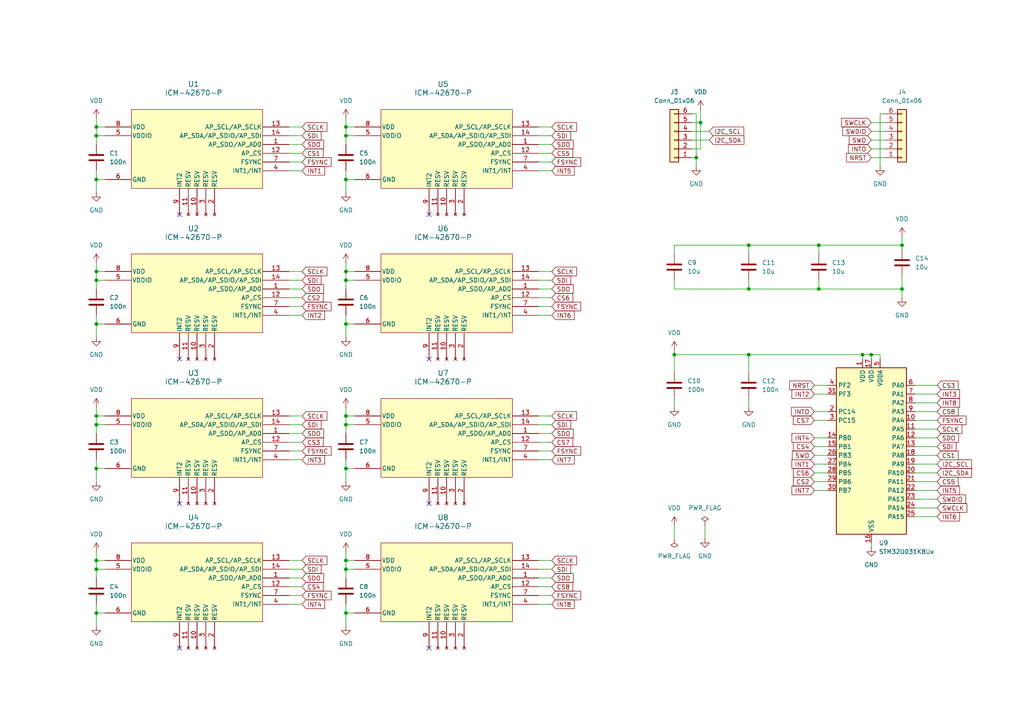
<source format=kicad_sch>
(kicad_sch (version 20250114) (generator "eeschema") (generator_version "9.0")
  (paper "A4")
  (title_block (title "IMU Array Module") (date "2025-08-22") (rev "A"))
  (lib_symbols
    (symbol "Connector_Generic:Conn_01x06" (pin_names (offset 1.016) (hide yes))
      (property "Reference" "J" (at 0 7.62 0))
      (property "Value" "Conn_01x06" (at 0 -10.16 0))
      (symbol "Conn_01x06_1_1"
        (rectangle (start -1.27 6.35) (end 1.27 -8.89) (stroke (width 0.254)) (fill (type background)))
        (rectangle (start -1.27 5.207) (end 0 4.953) (stroke (width 0.1524)))
        (rectangle (start -1.27 2.667) (end 0 2.413) (stroke (width 0.1524)))
        (rectangle (start -1.27 0.127) (end 0 -0.127) (stroke (width 0.1524)))
        (rectangle (start -1.27 -2.413) (end 0 -2.667) (stroke (width 0.1524)))
        (rectangle (start -1.27 -4.953) (end 0 -5.207) (stroke (width 0.1524)))
        (rectangle (start -1.27 -7.493) (end 0 -7.747) (stroke (width 0.1524)))
        (pin passive line (at -5.08 5.08 0) (length 3.81) (name "Pin_1") (number "1"))
        (pin passive line (at -5.08 2.54 0) (length 3.81) (name "Pin_2") (number "2"))
        (pin passive line (at -5.08 0 0) (length 3.81) (name "Pin_3") (number "3"))
        (pin passive line (at -5.08 -2.54 0) (length 3.81) (name "Pin_4") (number "4"))
        (pin passive line (at -5.08 -5.08 0) (length 3.81) (name "Pin_5") (number "5"))
        (pin passive line (at -5.08 -7.62 0) (length 3.81) (name "Pin_6") (number "6"))
      )
    )
    (symbol "Device:C" (pin_numbers (hide yes)) (pin_names (offset 0.254))
      (property "Reference" "C" (at 0.635 2.54 0))
      (property "Value" "C" (at 0.635 -2.54 0))
      (symbol "C_0_1"
        (polyline (pts (xy -2.032 0.762) (xy 2.032 0.762)) (stroke (width 0.508)))
        (polyline (pts (xy -2.032 -0.762) (xy 2.032 -0.762)) (stroke (width 0.508)))
      )
      (symbol "C_1_1"
        (pin passive line (at 0 3.81 270) (length 2.794) (name "~") (number "1"))
        (pin passive line (at 0 -3.81 90) (length 2.794) (name "~") (number "2"))
      )
    )
    (symbol "MCU_ST_STM32U0:STM32U031K8Ux"
      (property "Reference" "U" (at -10.16 26.67 0))
      (property "Value" "STM32U031K8Ux" (at 5.08 26.67 0))
      (symbol "STM32U031K8Ux_0_1"
        (rectangle (start -10.16 -22.86) (end 10.16 25.4) (stroke (width 0.254)) (fill (type background)))
      )
      (symbol "STM32U031K8Ux_1_1"
        (pin bidirectional line (at -12.7 20.32 0) (length 2.54) (name "PF2") (number "4"))
        (pin bidirectional line (at -12.7 17.78 0) (length 2.54) (name "PF3") (number "31"))
        (pin bidirectional line (at -12.7 12.7 0) (length 2.54) (name "PC14") (number "2"))
        (pin bidirectional line (at -12.7 10.16 0) (length 2.54) (name "PC15") (number "3"))
        (pin bidirectional line (at -12.7 5.08 0) (length 2.54) (name "PB0") (number "14"))
        (pin bidirectional line (at -12.7 2.54 0) (length 2.54) (name "PB1") (number "15"))
        (pin bidirectional line (at -12.7 0 0) (length 2.54) (name "PB3") (number "26"))
        (pin bidirectional line (at -12.7 -2.54 0) (length 2.54) (name "PB4") (number "27"))
        (pin bidirectional line (at -12.7 -5.08 0) (length 2.54) (name "PB5") (number "28"))
        (pin bidirectional line (at -12.7 -7.62 0) (length 2.54) (name "PB6") (number "29"))
        (pin bidirectional line (at -12.7 -10.16 0) (length 2.54) (name "PB7") (number "30"))
        (pin power_in line (at -2.54 27.94 270) (length 2.54) (name "VDD") (number "1"))
        (pin power_in line (at 0 27.94 270) (length 2.54) (name "VDD") (number "17"))
        (pin power_in line (at 0 -25.4 90) (length 2.54) (name "VSS") (number "16"))
        (pin passive line (at 0 -25.4 90) (length 2.54) (hide yes) (name "VSS") (number "32"))
        (pin passive line (at 0 -25.4 90) (length 2.54) (hide yes) (name "VSS") (number "33"))
        (pin power_in line (at 2.54 27.94 270) (length 2.54) (name "VDDA") (number "5"))
        (pin bidirectional line (at 12.7 20.32 180) (length 2.54) (name "PA0") (number "6"))
        (pin bidirectional line (at 12.7 17.78 180) (length 2.54) (name "PA1") (number "7"))
        (pin bidirectional line (at 12.7 15.24 180) (length 2.54) (name "PA2") (number "8"))
        (pin bidirectional line (at 12.7 12.7 180) (length 2.54) (name "PA3") (number "9"))
        (pin bidirectional line (at 12.7 10.16 180) (length 2.54) (name "PA4") (number "10"))
        (pin bidirectional line (at 12.7 7.62 180) (length 2.54) (name "PA5") (number "11"))
        (pin bidirectional line (at 12.7 5.08 180) (length 2.54) (name "PA6") (number "12"))
        (pin bidirectional line (at 12.7 2.54 180) (length 2.54) (name "PA7") (number "13"))
        (pin bidirectional line (at 12.7 0 180) (length 2.54) (name "PA8") (number "18"))
        (pin bidirectional line (at 12.7 -2.54 180) (length 2.54) (name "PA9") (number "19"))
        (pin bidirectional line (at 12.7 -5.08 180) (length 2.54) (name "PA10") (number "20"))
        (pin bidirectional line (at 12.7 -7.62 180) (length 2.54) (name "PA11") (number "21"))
        (pin bidirectional line (at 12.7 -10.16 180) (length 2.54) (name "PA12") (number "22"))
        (pin bidirectional line (at 12.7 -12.7 180) (length 2.54) (name "PA13") (number "23"))
        (pin bidirectional line (at 12.7 -15.24 180) (length 2.54) (name "PA14") (number "24"))
        (pin bidirectional line (at 12.7 -17.78 180) (length 2.54) (name "PA15") (number "25"))
      )
    )
    (symbol "imu-array-lib:ICM-42670-P" (pin_names (offset 0.254))
      (property "Reference" "U1" (at 25.654 9.906 0))
      (property "Value" "ICM-42670-P" (at 25.654 7.366 0))
      (symbol "ICM-42670-P_0_1"
        (pin power_in line (at 0 -2.54 0) (length 7.62) (name "VDD") (number "8"))
        (pin power_in line (at 0 -5.08 0) (length 7.62) (name "VDDIO") (number "5"))
        (pin power_in line (at 0 -17.78 0) (length 7.62) (name "GND") (number "6"))
        (pin output line (at 21.59 -27.94 90) (length 7.62) (name "INT2") (number "9"))
        (pin no_connect line (at 24.13 -27.94 90) (length 7.62) (name "RESV") (number "11"))
        (pin no_connect line (at 26.67 -27.94 90) (length 7.62) (name "RESV") (number "10"))
        (pin no_connect line (at 29.21 -27.94 90) (length 7.62) (name "RESV") (number "3"))
        (pin no_connect line (at 31.75 -27.94 90) (length 7.62) (name "RESV") (number "2"))
        (pin bidirectional line (at 53.34 -2.54 180) (length 7.62) (name "AP_SCL/AP_SCLK") (number "13"))
        (pin bidirectional line (at 53.34 -5.08 180) (length 7.62) (name "AP_SDA/AP_SDIO/AP_SDI") (number "14"))
        (pin bidirectional line (at 53.34 -7.62 180) (length 7.62) (name "AP_SDO/AP_AD0") (number "1"))
        (pin input line (at 53.34 -10.16 180) (length 7.62) (name "AP_CS") (number "12"))
        (pin input line (at 53.34 -12.7 180) (length 7.62) (name "FSYNC") (number "7"))
        (pin output line (at 53.34 -15.24 180) (length 7.62) (name "INT1/INT") (number "4"))
      )
      (symbol "ICM-42670-P_1_1"
        (rectangle (start 7.62 2.54) (end 45.72 -20.32) (fill (type background)))
      )
    )
    (symbol "power:GND" (power) (pin_numbers (hide yes)) (pin_names (offset 0) (hide yes))
      (property "Value" "GND" (at 0 -3.81 0))
      (symbol "GND_0_1"
        (polyline (pts (xy 0 0) (xy 0 -1.27) (xy 1.27 -1.27) (xy 0 -2.54) (xy -1.27 -1.27) (xy 0 -1.27)))
      )
      (symbol "GND_1_1"
        (pin power_in line (at 0 0 270) (length 0) (name "~") (number "1"))
      )
    )
    (symbol "power:PWR_FLAG" (power) (pin_numbers (hide yes)) (pin_names (offset 0) (hide yes))
      (property "Value" "PWR_FLAG" (at 0 3.81 0))
      (symbol "PWR_FLAG_0_0"
        (pin power_out line (at 0 0 90) (length 0) (name "~") (number "1"))
      )
      (symbol "PWR_FLAG_0_1"
        (polyline (pts (xy 0 0) (xy 0 1.27) (xy -1.016 1.905) (xy 0 2.54) (xy 1.016 1.905) (xy 0 1.27)))
      )
    )
    (symbol "power:VDD" (power) (pin_numbers (hide yes)) (pin_names (offset 0) (hide yes))
      (property "Value" "VDD" (at 0 3.556 0))
      (symbol "VDD_0_1"
        (polyline (pts (xy -0.762 1.27) (xy 0 2.54)))
        (polyline (pts (xy 0 2.54) (xy 0.762 1.27)))
        (polyline (pts (xy 0 0) (xy 0 2.54)))
      )
      (symbol "VDD_1_1"
        (pin power_in line (at 0 0 90) (length 0) (name "~") (number "1"))
      )
    )
  )
  (junction (at 217.17 71.12))
  (junction (at 217.17 83.82))
  (junction (at 201.93 45.72))
  (junction (at 250.19 102.87))
  (junction (at 237.49 71.12))
  (junction (at 27.94 78.74))
  (junction (at 27.94 162.56))
  (junction (at 27.94 165.1))
  (junction (at 203.2 35.56))
  (junction (at 27.94 52.07))
  (junction (at 100.33 52.07))
  (junction (at 27.94 39.37))
  (junction (at 27.94 81.28))
  (junction (at 100.33 78.74))
  (junction (at 100.33 120.65))
  (junction (at 100.33 81.28))
  (junction (at 100.33 135.89))
  (junction (at 237.49 83.82))
  (junction (at 27.94 135.89))
  (junction (at 217.17 102.87))
  (junction (at 261.62 83.82))
  (junction (at 100.33 162.56))
  (junction (at 27.94 36.83))
  (junction (at 252.73 102.87))
  (junction (at 100.33 123.19))
  (junction (at 100.33 165.1))
  (junction (at 100.33 93.98))
  (junction (at 195.58 102.87))
  (junction (at 100.33 177.8))
  (junction (at 27.94 120.65))
  (junction (at 100.33 36.83))
  (junction (at 27.94 123.19))
  (junction (at 261.62 71.12))
  (junction (at 27.94 93.98))
  (junction (at 27.94 177.8))
  (junction (at 100.33 39.37))
  (no_connect (at 52.07 62.23))
  (no_connect (at 124.46 187.96))
  (no_connect (at 52.07 146.05))
  (no_connect (at 124.46 62.23))
  (no_connect (at 52.07 187.96))
  (no_connect (at 52.07 104.14))
  (no_connect (at 124.46 104.14))
  (no_connect (at 124.46 146.05))
  (wire (pts (xy 200.66 38.1) (xy 205.74 38.1)))
  (wire (pts (xy 265.43 149.86) (xy 271.78 149.86)))
  (wire (pts (xy 252.73 45.72) (xy 256.54 45.72)))
  (wire (pts (xy 30.48 81.28) (xy 27.94 81.28)))
  (wire (pts (xy 252.73 40.64) (xy 256.54 40.64)))
  (wire (pts (xy 27.94 135.89) (xy 27.94 139.7)))
  (wire (pts (xy 236.22 132.08) (xy 240.03 132.08)))
  (wire (pts (xy 83.82 120.65) (xy 87.63 120.65)))
  (wire (pts (xy 255.27 33.02) (xy 256.54 33.02)))
  (wire (pts (xy 100.33 39.37) (xy 100.33 41.91)))
  (wire (pts (xy 236.22 129.54) (xy 240.03 129.54)))
  (wire (pts (xy 237.49 71.12) (xy 217.17 71.12)))
  (wire (pts (xy 83.82 46.99) (xy 87.63 46.99)))
  (wire (pts (xy 217.17 115.57) (xy 217.17 118.11)))
  (wire (pts (xy 200.66 45.72) (xy 201.93 45.72)))
  (wire (pts (xy 27.94 52.07) (xy 30.48 52.07)))
  (wire (pts (xy 265.43 119.38) (xy 271.78 119.38)))
  (wire (pts (xy 27.94 93.98) (xy 30.48 93.98)))
  (wire (pts (xy 156.21 167.64) (xy 160.02 167.64)))
  (wire (pts (xy 30.48 165.1) (xy 27.94 165.1)))
  (wire (pts (xy 156.21 88.9) (xy 160.02 88.9)))
  (wire (pts (xy 201.93 33.02) (xy 201.93 45.72)))
  (wire (pts (xy 27.94 118.11) (xy 27.94 120.65)))
  (wire (pts (xy 236.22 127) (xy 240.03 127)))
  (wire (pts (xy 217.17 81.28) (xy 217.17 83.82)))
  (wire (pts (xy 217.17 102.87) (xy 217.17 107.95)))
  (wire (pts (xy 83.82 91.44) (xy 87.63 91.44)))
  (wire (pts (xy 100.33 123.19) (xy 100.33 120.65)))
  (wire (pts (xy 30.48 39.37) (xy 27.94 39.37)))
  (wire (pts (xy 195.58 115.57) (xy 195.58 118.11)))
  (wire (pts (xy 156.21 49.53) (xy 160.02 49.53)))
  (wire (pts (xy 156.21 120.65) (xy 160.02 120.65)))
  (wire (pts (xy 236.22 114.3) (xy 240.03 114.3)))
  (wire (pts (xy 27.94 93.98) (xy 27.94 97.79)))
  (wire (pts (xy 265.43 111.76) (xy 271.78 111.76)))
  (wire (pts (xy 156.21 128.27) (xy 160.02 128.27)))
  (wire (pts (xy 156.21 46.99) (xy 160.02 46.99)))
  (wire (pts (xy 201.93 48.26) (xy 201.93 45.72)))
  (wire (pts (xy 236.22 139.7) (xy 240.03 139.7)))
  (wire (pts (xy 252.73 102.87) (xy 252.73 104.14)))
  (wire (pts (xy 265.43 124.46) (xy 271.78 124.46)))
  (wire (pts (xy 83.82 44.45) (xy 87.63 44.45)))
  (wire (pts (xy 203.2 31.75) (xy 203.2 35.56)))
  (wire (pts (xy 237.49 73.66) (xy 237.49 71.12)))
  (wire (pts (xy 195.58 71.12) (xy 195.58 73.66)))
  (wire (pts (xy 100.33 118.11) (xy 100.33 120.65)))
  (wire (pts (xy 27.94 81.28) (xy 27.94 78.74)))
  (wire (pts (xy 100.33 165.1) (xy 100.33 162.56)))
  (wire (pts (xy 195.58 101.6) (xy 195.58 102.87)))
  (wire (pts (xy 27.94 133.35) (xy 27.94 135.89)))
  (wire (pts (xy 27.94 123.19) (xy 27.94 120.65)))
  (wire (pts (xy 100.33 93.98) (xy 100.33 97.79)))
  (wire (pts (xy 83.82 128.27) (xy 87.63 128.27)))
  (wire (pts (xy 83.82 88.9) (xy 87.63 88.9)))
  (wire (pts (xy 237.49 81.28) (xy 237.49 83.82)))
  (wire (pts (xy 217.17 83.82) (xy 195.58 83.82)))
  (wire (pts (xy 83.82 172.72) (xy 87.63 172.72)))
  (wire (pts (xy 156.21 175.26) (xy 160.02 175.26)))
  (wire (pts (xy 100.33 135.89) (xy 102.87 135.89)))
  (wire (pts (xy 261.62 83.82) (xy 237.49 83.82)))
  (wire (pts (xy 102.87 81.28) (xy 100.33 81.28)))
  (wire (pts (xy 27.94 135.89) (xy 30.48 135.89)))
  (wire (pts (xy 156.21 81.28) (xy 160.02 81.28)))
  (wire (pts (xy 100.33 177.8) (xy 100.33 181.61)))
  (wire (pts (xy 265.43 132.08) (xy 271.78 132.08)))
  (wire (pts (xy 252.73 38.1) (xy 256.54 38.1)))
  (wire (pts (xy 252.73 35.56) (xy 256.54 35.56)))
  (wire (pts (xy 100.33 133.35) (xy 100.33 135.89)))
  (wire (pts (xy 83.82 125.73) (xy 87.63 125.73)))
  (wire (pts (xy 100.33 36.83) (xy 102.87 36.83)))
  (wire (pts (xy 83.82 123.19) (xy 87.63 123.19)))
  (wire (pts (xy 265.43 144.78) (xy 271.78 144.78)))
  (wire (pts (xy 27.94 34.29) (xy 27.94 36.83)))
  (wire (pts (xy 100.33 162.56) (xy 102.87 162.56)))
  (wire (pts (xy 156.21 123.19) (xy 160.02 123.19)))
  (wire (pts (xy 265.43 142.24) (xy 271.78 142.24)))
  (wire (pts (xy 27.94 39.37) (xy 27.94 36.83)))
  (wire (pts (xy 203.2 35.56) (xy 203.2 43.18)))
  (wire (pts (xy 100.33 135.89) (xy 100.33 139.7)))
  (wire (pts (xy 204.47 152.4) (xy 204.47 156.21)))
  (wire (pts (xy 83.82 81.28) (xy 87.63 81.28)))
  (wire (pts (xy 156.21 133.35) (xy 160.02 133.35)))
  (wire (pts (xy 156.21 41.91) (xy 160.02 41.91)))
  (wire (pts (xy 100.33 177.8) (xy 102.87 177.8)))
  (wire (pts (xy 156.21 91.44) (xy 160.02 91.44)))
  (wire (pts (xy 195.58 152.4) (xy 195.58 156.21)))
  (wire (pts (xy 201.93 33.02) (xy 200.66 33.02)))
  (wire (pts (xy 83.82 39.37) (xy 87.63 39.37)))
  (wire (pts (xy 100.33 52.07) (xy 100.33 55.88)))
  (wire (pts (xy 100.33 81.28) (xy 100.33 83.82)))
  (wire (pts (xy 100.33 93.98) (xy 102.87 93.98)))
  (wire (pts (xy 83.82 175.26) (xy 87.63 175.26)))
  (wire (pts (xy 156.21 83.82) (xy 160.02 83.82)))
  (wire (pts (xy 83.82 36.83) (xy 87.63 36.83)))
  (wire (pts (xy 156.21 39.37) (xy 160.02 39.37)))
  (wire (pts (xy 265.43 137.16) (xy 271.78 137.16)))
  (wire (pts (xy 100.33 165.1) (xy 100.33 167.64)))
  (wire (pts (xy 83.82 78.74) (xy 87.63 78.74)))
  (wire (pts (xy 236.22 134.62) (xy 240.03 134.62)))
  (wire (pts (xy 200.66 40.64) (xy 205.74 40.64)))
  (wire (pts (xy 83.82 162.56) (xy 87.63 162.56)))
  (wire (pts (xy 100.33 123.19) (xy 100.33 125.73)))
  (wire (pts (xy 102.87 39.37) (xy 100.33 39.37)))
  (wire (pts (xy 252.73 102.87) (xy 255.27 102.87)))
  (wire (pts (xy 217.17 73.66) (xy 217.17 71.12)))
  (wire (pts (xy 265.43 116.84) (xy 271.78 116.84)))
  (wire (pts (xy 102.87 123.19) (xy 100.33 123.19)))
  (wire (pts (xy 217.17 102.87) (xy 250.19 102.87)))
  (wire (pts (xy 83.82 170.18) (xy 87.63 170.18)))
  (wire (pts (xy 203.2 43.18) (xy 200.66 43.18)))
  (wire (pts (xy 156.21 125.73) (xy 160.02 125.73)))
  (wire (pts (xy 27.94 177.8) (xy 27.94 181.61)))
  (wire (pts (xy 27.94 39.37) (xy 27.94 41.91)))
  (wire (pts (xy 265.43 121.92) (xy 271.78 121.92)))
  (wire (pts (xy 27.94 165.1) (xy 27.94 162.56)))
  (wire (pts (xy 255.27 48.26) (xy 255.27 33.02)))
  (wire (pts (xy 156.21 170.18) (xy 160.02 170.18)))
  (wire (pts (xy 27.94 52.07) (xy 27.94 55.88)))
  (wire (pts (xy 217.17 71.12) (xy 195.58 71.12)))
  (wire (pts (xy 27.94 175.26) (xy 27.94 177.8)))
  (wire (pts (xy 30.48 123.19) (xy 27.94 123.19)))
  (wire (pts (xy 83.82 41.91) (xy 87.63 41.91)))
  (wire (pts (xy 27.94 76.2) (xy 27.94 78.74)))
  (wire (pts (xy 83.82 86.36) (xy 87.63 86.36)))
  (wire (pts (xy 261.62 68.58) (xy 261.62 71.12)))
  (wire (pts (xy 200.66 35.56) (xy 203.2 35.56)))
  (wire (pts (xy 250.19 102.87) (xy 252.73 102.87)))
  (wire (pts (xy 27.94 81.28) (xy 27.94 83.82)))
  (wire (pts (xy 265.43 129.54) (xy 271.78 129.54)))
  (wire (pts (xy 236.22 111.76) (xy 240.03 111.76)))
  (wire (pts (xy 265.43 147.32) (xy 271.78 147.32)))
  (wire (pts (xy 27.94 36.83) (xy 30.48 36.83)))
  (wire (pts (xy 265.43 114.3) (xy 271.78 114.3)))
  (wire (pts (xy 261.62 72.39) (xy 261.62 71.12)))
  (wire (pts (xy 255.27 104.14) (xy 255.27 102.87)))
  (wire (pts (xy 250.19 104.14) (xy 250.19 102.87)))
  (wire (pts (xy 100.33 39.37) (xy 100.33 36.83)))
  (wire (pts (xy 195.58 102.87) (xy 217.17 102.87)))
  (wire (pts (xy 156.21 78.74) (xy 160.02 78.74)))
  (wire (pts (xy 100.33 78.74) (xy 102.87 78.74)))
  (wire (pts (xy 27.94 123.19) (xy 27.94 125.73)))
  (wire (pts (xy 27.94 78.74) (xy 30.48 78.74)))
  (wire (pts (xy 27.94 177.8) (xy 30.48 177.8)))
  (wire (pts (xy 83.82 133.35) (xy 87.63 133.35)))
  (wire (pts (xy 27.94 91.44) (xy 27.94 93.98)))
  (wire (pts (xy 252.73 157.48) (xy 252.73 158.75)))
  (wire (pts (xy 237.49 83.82) (xy 217.17 83.82)))
  (wire (pts (xy 100.33 160.02) (xy 100.33 162.56)))
  (wire (pts (xy 156.21 130.81) (xy 160.02 130.81)))
  (wire (pts (xy 100.33 52.07) (xy 102.87 52.07)))
  (wire (pts (xy 261.62 80.01) (xy 261.62 83.82)))
  (wire (pts (xy 156.21 86.36) (xy 160.02 86.36)))
  (wire (pts (xy 252.73 43.18) (xy 256.54 43.18)))
  (wire (pts (xy 27.94 165.1) (xy 27.94 167.64)))
  (wire (pts (xy 83.82 167.64) (xy 87.63 167.64)))
  (wire (pts (xy 100.33 76.2) (xy 100.33 78.74)))
  (wire (pts (xy 27.94 162.56) (xy 30.48 162.56)))
  (wire (pts (xy 100.33 175.26) (xy 100.33 177.8)))
  (wire (pts (xy 27.94 49.53) (xy 27.94 52.07)))
  (wire (pts (xy 83.82 165.1) (xy 87.63 165.1)))
  (wire (pts (xy 236.22 137.16) (xy 240.03 137.16)))
  (wire (pts (xy 100.33 91.44) (xy 100.33 93.98)))
  (wire (pts (xy 261.62 71.12) (xy 237.49 71.12)))
  (wire (pts (xy 156.21 44.45) (xy 160.02 44.45)))
  (wire (pts (xy 83.82 49.53) (xy 87.63 49.53)))
  (wire (pts (xy 27.94 160.02) (xy 27.94 162.56)))
  (wire (pts (xy 102.87 165.1) (xy 100.33 165.1)))
  (wire (pts (xy 236.22 121.92) (xy 240.03 121.92)))
  (wire (pts (xy 195.58 102.87) (xy 195.58 107.95)))
  (wire (pts (xy 195.58 81.28) (xy 195.58 83.82)))
  (wire (pts (xy 100.33 49.53) (xy 100.33 52.07)))
  (wire (pts (xy 27.94 120.65) (xy 30.48 120.65)))
  (wire (pts (xy 265.43 134.62) (xy 271.78 134.62)))
  (wire (pts (xy 265.43 139.7) (xy 271.78 139.7)))
  (wire (pts (xy 261.62 83.82) (xy 261.62 86.36)))
  (wire (pts (xy 100.33 81.28) (xy 100.33 78.74)))
  (wire (pts (xy 156.21 36.83) (xy 160.02 36.83)))
  (wire (pts (xy 100.33 34.29) (xy 100.33 36.83)))
  (wire (pts (xy 236.22 142.24) (xy 240.03 142.24)))
  (wire (pts (xy 83.82 83.82) (xy 87.63 83.82)))
  (wire (pts (xy 156.21 172.72) (xy 160.02 172.72)))
  (wire (pts (xy 100.33 120.65) (xy 102.87 120.65)))
  (wire (pts (xy 156.21 162.56) (xy 160.02 162.56)))
  (wire (pts (xy 83.82 130.81) (xy 87.63 130.81)))
  (wire (pts (xy 156.21 165.1) (xy 160.02 165.1)))
  (wire (pts (xy 236.22 119.38) (xy 240.03 119.38)))
  (wire (pts (xy 265.43 127) (xy 271.78 127)))
  (global_label "SCLK" (shape input) (at 87.63 78.74 0) (property "Intersheetrefs" "${INTERSHEET_REFS}" (effects (hide yes))))
  (global_label "INT8" (shape input) (at 160.02 175.26 0) (property "Intersheetrefs" "${INTERSHEET_REFS}" (effects (hide yes))))
  (global_label "SDI" (shape input) (at 87.63 165.1 0) (property "Intersheetrefs" "${INTERSHEET_REFS}" (effects (hide yes))))
  (global_label "FSYNC" (shape input) (at 87.63 130.81 0) (property "Intersheetrefs" "${INTERSHEET_REFS}" (effects (hide yes))))
  (global_label "INT6" (shape input) (at 160.02 91.44 0) (property "Intersheetrefs" "${INTERSHEET_REFS}" (effects (hide yes))))
  (global_label "SCLK" (shape input) (at 271.78 124.46 0) (property "Intersheetrefs" "${INTERSHEET_REFS}" (effects (hide yes))))
  (global_label "SCLK" (shape input) (at 160.02 78.74 0) (property "Intersheetrefs" "${INTERSHEET_REFS}" (effects (hide yes))))
  (global_label "SDO" (shape input) (at 160.02 83.82 0) (property "Intersheetrefs" "${INTERSHEET_REFS}" (effects (hide yes))))
  (global_label "SDO" (shape input) (at 160.02 125.73 0) (property "Intersheetrefs" "${INTERSHEET_REFS}" (effects (hide yes))))
  (global_label "SDI" (shape input) (at 87.63 123.19 0) (property "Intersheetrefs" "${INTERSHEET_REFS}" (effects (hide yes))))
  (global_label "NRST" (shape input) (at 236.22 111.76 180) (property "Intersheetrefs" "${INTERSHEET_REFS}" (effects (hide yes))))
  (global_label "CS4" (shape input) (at 236.22 129.54 180) (property "Intersheetrefs" "${INTERSHEET_REFS}" (effects (hide yes))))
  (global_label "INT7" (shape input) (at 160.02 133.35 0) (property "Intersheetrefs" "${INTERSHEET_REFS}" (effects (hide yes))))
  (global_label "SDO" (shape input) (at 87.63 83.82 0) (property "Intersheetrefs" "${INTERSHEET_REFS}" (effects (hide yes))))
  (global_label "INT1" (shape input) (at 236.22 134.62 180) (property "Intersheetrefs" "${INTERSHEET_REFS}" (effects (hide yes))))
  (global_label "SDI" (shape input) (at 160.02 81.28 0) (property "Intersheetrefs" "${INTERSHEET_REFS}" (effects (hide yes))))
  (global_label "SDI" (shape input) (at 87.63 39.37 0) (property "Intersheetrefs" "${INTERSHEET_REFS}" (effects (hide yes))))
  (global_label "SWCLK" (shape input) (at 271.78 147.32 0) (property "Intersheetrefs" "${INTERSHEET_REFS}" (effects (hide yes))))
  (global_label "INT4" (shape input) (at 87.63 175.26 0) (property "Intersheetrefs" "${INTERSHEET_REFS}" (effects (hide yes))))
  (global_label "SDO" (shape input) (at 271.78 127 0) (property "Intersheetrefs" "${INTERSHEET_REFS}" (effects (hide yes))))
  (global_label "CS7" (shape input) (at 160.02 128.27 0) (property "Intersheetrefs" "${INTERSHEET_REFS}" (effects (hide yes))))
  (global_label "SDI" (shape input) (at 160.02 39.37 0) (property "Intersheetrefs" "${INTERSHEET_REFS}" (effects (hide yes))))
  (global_label "FSYNC" (shape input) (at 160.02 172.72 0) (property "Intersheetrefs" "${INTERSHEET_REFS}" (effects (hide yes))))
  (global_label "INT3" (shape input) (at 87.63 133.35 0) (property "Intersheetrefs" "${INTERSHEET_REFS}" (effects (hide yes))))
  (global_label "SDO" (shape input) (at 87.63 41.91 0) (property "Intersheetrefs" "${INTERSHEET_REFS}" (effects (hide yes))))
  (global_label "SWO" (shape input) (at 236.22 132.08 180) (property "Intersheetrefs" "${INTERSHEET_REFS}" (effects (hide yes))))
  (global_label "FSYNC" (shape input) (at 87.63 88.9 0) (property "Intersheetrefs" "${INTERSHEET_REFS}" (effects (hide yes))))
  (global_label "CS8" (shape input) (at 160.02 170.18 0) (property "Intersheetrefs" "${INTERSHEET_REFS}" (effects (hide yes))))
  (global_label "FSYNC" (shape input) (at 271.78 121.92 0) (property "Intersheetrefs" "${INTERSHEET_REFS}" (effects (hide yes))))
  (global_label "CS3" (shape input) (at 87.63 128.27 0) (property "Intersheetrefs" "${INTERSHEET_REFS}" (effects (hide yes))))
  (global_label "FSYNC" (shape input) (at 160.02 88.9 0) (property "Intersheetrefs" "${INTERSHEET_REFS}" (effects (hide yes))))
  (global_label "SCLK" (shape input) (at 87.63 36.83 0) (property "Intersheetrefs" "${INTERSHEET_REFS}" (effects (hide yes))))
  (global_label "SDO" (shape input) (at 87.63 125.73 0) (property "Intersheetrefs" "${INTERSHEET_REFS}" (effects (hide yes))))
  (global_label "INT2" (shape input) (at 87.63 91.44 0) (property "Intersheetrefs" "${INTERSHEET_REFS}" (effects (hide yes))))
  (global_label "NRST" (shape input) (at 252.73 45.72 180) (property "Intersheetrefs" "${INTERSHEET_REFS}" (effects (hide yes))))
  (global_label "FSYNC" (shape input) (at 160.02 130.81 0) (property "Intersheetrefs" "${INTERSHEET_REFS}" (effects (hide yes))))
  (global_label "CS3" (shape input) (at 271.78 111.76 0) (property "Intersheetrefs" "${INTERSHEET_REFS}" (effects (hide yes))))
  (global_label "INT4" (shape input) (at 236.22 127 180) (property "Intersheetrefs" "${INTERSHEET_REFS}" (effects (hide yes))))
  (global_label "INT5" (shape input) (at 160.02 49.53 0) (property "Intersheetrefs" "${INTERSHEET_REFS}" (effects (hide yes))))
  (global_label "CS5" (shape input) (at 271.78 139.7 0) (property "Intersheetrefs" "${INTERSHEET_REFS}" (effects (hide yes))))
  (global_label "SWDIO" (shape input) (at 252.73 38.1 180) (property "Intersheetrefs" "${INTERSHEET_REFS}" (effects (hide yes))))
  (global_label "FSYNC" (shape input) (at 160.02 46.99 0) (property "Intersheetrefs" "${INTERSHEET_REFS}" (effects (hide yes))))
  (global_label "CS5" (shape input) (at 160.02 44.45 0) (property "Intersheetrefs" "${INTERSHEET_REFS}" (effects (hide yes))))
  (global_label "SCLK" (shape input) (at 160.02 36.83 0) (property "Intersheetrefs" "${INTERSHEET_REFS}" (effects (hide yes))))
  (global_label "CS4" (shape input) (at 87.63 170.18 0) (property "Intersheetrefs" "${INTERSHEET_REFS}" (effects (hide yes))))
  (global_label "INT1" (shape input) (at 87.63 49.53 0) (property "Intersheetrefs" "${INTERSHEET_REFS}" (effects (hide yes))))
  (global_label "INT5" (shape input) (at 271.78 142.24 0) (property "Intersheetrefs" "${INTERSHEET_REFS}" (effects (hide yes))))
  (global_label "I2C_SDA" (shape input) (at 271.78 137.16 0) (property "Intersheetrefs" "${INTERSHEET_REFS}" (effects (hide yes))))
  (global_label "CS6" (shape input) (at 160.02 86.36 0) (property "Intersheetrefs" "${INTERSHEET_REFS}" (effects (hide yes))))
  (global_label "SDI" (shape input) (at 271.78 129.54 0) (property "Intersheetrefs" "${INTERSHEET_REFS}" (effects (hide yes))))
  (global_label "SCLK" (shape input) (at 160.02 162.56 0) (property "Intersheetrefs" "${INTERSHEET_REFS}" (effects (hide yes))))
  (global_label "CS8" (shape input) (at 271.78 119.38 0) (property "Intersheetrefs" "${INTERSHEET_REFS}" (effects (hide yes))))
  (global_label "SCLK" (shape input) (at 87.63 120.65 0) (property "Intersheetrefs" "${INTERSHEET_REFS}" (effects (hide yes))))
  (global_label "SCLK" (shape input) (at 87.63 162.56 0) (property "Intersheetrefs" "${INTERSHEET_REFS}" (effects (hide yes))))
  (global_label "CS1" (shape input) (at 87.63 44.45 0) (property "Intersheetrefs" "${INTERSHEET_REFS}" (effects (hide yes))))
  (global_label "SWDIO" (shape input) (at 271.78 144.78 0) (property "Intersheetrefs" "${INTERSHEET_REFS}" (effects (hide yes))))
  (global_label "SDO" (shape input) (at 160.02 41.91 0) (property "Intersheetrefs" "${INTERSHEET_REFS}" (effects (hide yes))))
  (global_label "CS2" (shape input) (at 236.22 139.7 180) (property "Intersheetrefs" "${INTERSHEET_REFS}" (effects (hide yes))))
  (global_label "INT6" (shape input) (at 271.78 149.86 0) (property "Intersheetrefs" "${INTERSHEET_REFS}" (effects (hide yes))))
  (global_label "I2C_SDA" (shape input) (at 205.74 40.64 0) (property "Intersheetrefs" "${INTERSHEET_REFS}" (effects (hide yes))))
  (global_label "INT2" (shape input) (at 236.22 114.3 180) (property "Intersheetrefs" "${INTERSHEET_REFS}" (effects (hide yes))))
  (global_label "CS2" (shape input) (at 87.63 86.36 0) (property "Intersheetrefs" "${INTERSHEET_REFS}" (effects (hide yes))))
  (global_label "SDI" (shape input) (at 160.02 123.19 0) (property "Intersheetrefs" "${INTERSHEET_REFS}" (effects (hide yes))))
  (global_label "CS7" (shape input) (at 236.22 121.92 180) (property "Intersheetrefs" "${INTERSHEET_REFS}" (effects (hide yes))))
  (global_label "SWO" (shape input) (at 252.73 40.64 180) (property "Intersheetrefs" "${INTERSHEET_REFS}" (effects (hide yes))))
  (global_label "I2C_SCL" (shape input) (at 205.74 38.1 0) (property "Intersheetrefs" "${INTERSHEET_REFS}" (effects (hide yes))))
  (global_label "FSYNC" (shape input) (at 87.63 46.99 0) (property "Intersheetrefs" "${INTERSHEET_REFS}" (effects (hide yes))))
  (global_label "SWCLK" (shape input) (at 252.73 35.56 180) (property "Intersheetrefs" "${INTERSHEET_REFS}" (effects (hide yes))))
  (global_label "INT3" (shape input) (at 271.78 114.3 0) (property "Intersheetrefs" "${INTERSHEET_REFS}" (effects (hide yes))))
  (global_label "SDI" (shape input) (at 87.63 81.28 0) (property "Intersheetrefs" "${INTERSHEET_REFS}" (effects (hide yes))))
  (global_label "I2C_SCL" (shape input) (at 271.78 134.62 0) (property "Intersheetrefs" "${INTERSHEET_REFS}" (effects (hide yes))))
  (global_label "CS6" (shape input) (at 236.22 137.16 180) (property "Intersheetrefs" "${INTERSHEET_REFS}" (effects (hide yes))))
  (global_label "SDI" (shape input) (at 160.02 165.1 0) (property "Intersheetrefs" "${INTERSHEET_REFS}" (effects (hide yes))))
  (global_label "INT8" (shape input) (at 271.78 116.84 0) (property "Intersheetrefs" "${INTERSHEET_REFS}" (effects (hide yes))))
  (global_label "SDO" (shape input) (at 160.02 167.64 0) (property "Intersheetrefs" "${INTERSHEET_REFS}" (effects (hide yes))))
  (global_label "SCLK" (shape input) (at 160.02 120.65 0) (property "Intersheetrefs" "${INTERSHEET_REFS}" (effects (hide yes))))
  (global_label "CS1" (shape input) (at 271.78 132.08 0) (property "Intersheetrefs" "${INTERSHEET_REFS}" (effects (hide yes))))
  (global_label "SDO" (shape input) (at 87.63 167.64 0) (property "Intersheetrefs" "${INTERSHEET_REFS}" (effects (hide yes))))
  (global_label "FSYNC" (shape input) (at 87.63 172.72 0) (property "Intersheetrefs" "${INTERSHEET_REFS}" (effects (hide yes))))
  (global_label "INT7" (shape input) (at 236.22 142.24 180) (property "Intersheetrefs" "${INTERSHEET_REFS}" (effects (hide yes))))
  (global_label "INTO" (shape input) (at 252.73 43.18 180) (property "Intersheetrefs" "${INTERSHEET_REFS}" (effects (hide yes))))
  (global_label "INTO" (shape input) (at 236.22 119.38 180) (property "Intersheetrefs" "${INTERSHEET_REFS}" (effects (hide yes))))
  (symbol (lib_id "Device:C") (at 217.17 77.47 0) (unit 1)
    (property "Reference" "C11" (at 220.98 76.2 0) (effects (justify left)))
    (property "Value" "10u" (at 220.98 78.74 0) (effects (justify left)))
    (property "Footprint" "Capacitor_SMD:C_0603_1608Metric" (effects (hide yes)))
    (property "Description" "Unpolarized capacitor" (effects (hide yes)))
  )
  (symbol (lib_id "power:GND") (at 201.93 48.26 0) (unit 1)
    (property "Reference" "#PWR024" (effects (hide yes)))
    (property "Value" "GND" (at 201.93 53.34 0))
    (property "Description" "Power symbol creates a global label with name \"GND\" , ground" (effects (hide yes)))
  )
  (symbol (lib_id "Connector_Generic:Conn_01x06") (at 261.62 40.64 0) (mirror x) (unit 1)
    (property "Reference" "J4" (at 261.62 26.67 0))
    (property "Value" "Conn_01x06" (at 261.62 29.21 0))
    (property "Footprint" "Connector_PinHeader_2.54mm:PinHeader_1x06_P2.54mm_Vertical" (effects (hide yes)))
    (property "Description" "Generic connector, single row, 01x06, script generated (kicad-library-utils/schlib/autogen/connector/)" (effects (hide yes)))
  )
  (symbol (lib_id "Device:C") (at 100.33 129.54 0) (unit 1)
    (property "Reference" "C7" (at 104.14 128.27 0) (effects (justify left)))
    (property "Value" "100n" (at 104.14 130.81 0) (effects (justify left)))
    (property "Footprint" "Capacitor_SMD:C_0201_0603Metric" (effects (hide yes)))
    (property "Description" "Unpolarized capacitor" (effects (hide yes)))
  )
  (symbol (lib_id "power:PWR_FLAG") (at 195.58 156.21 180) (unit 1)
    (property "Reference" "#FLG01" (effects (hide yes)))
    (property "Value" "PWR_FLAG" (at 195.58 161.29 0))
    (property "Description" "Special symbol for telling ERC where power comes from" (effects (hide yes)))
  )
  (symbol (lib_id "power:GND") (at 204.47 156.21 0) (unit 1)
    (property "Reference" "#PWR027" (effects (hide yes)))
    (property "Value" "GND" (at 204.47 161.29 0))
    (property "Description" "Power symbol creates a global label with name \"GND\" , ground" (effects (hide yes)))
  )
  (symbol (lib_id "Device:C") (at 217.17 111.76 0) (unit 1)
    (property "Reference" "C12" (at 220.98 110.49 0) (effects (justify left)))
    (property "Value" "100n" (at 220.98 113.03 0) (effects (justify left)))
    (property "Footprint" "Capacitor_SMD:C_0201_0603Metric" (effects (hide yes)))
    (property "Description" "Unpolarized capacitor" (effects (hide yes)))
  )
  (symbol (lib_id "power:GND") (at 100.33 181.61 0) (unit 1)
    (property "Reference" "#PWR016" (effects (hide yes)))
    (property "Value" "GND" (at 100.33 186.69 0))
    (property "Description" "Power symbol creates a global label with name \"GND\" , ground" (effects (hide yes)))
  )
  (symbol (lib_id "Device:C") (at 100.33 45.72 0) (unit 1)
    (property "Reference" "C5" (at 104.14 44.45 0) (effects (justify left)))
    (property "Value" "100n" (at 104.14 46.99 0) (effects (justify left)))
    (property "Footprint" "Capacitor_SMD:C_0201_0603Metric" (effects (hide yes)))
    (property "Description" "Unpolarized capacitor" (effects (hide yes)))
  )
  (symbol (lib_id "power:GND") (at 27.94 139.7 0) (unit 1)
    (property "Reference" "#PWR06" (effects (hide yes)))
    (property "Value" "GND" (at 27.94 144.78 0))
    (property "Description" "Power symbol creates a global label with name \"GND\" , ground" (effects (hide yes)))
  )
  (symbol (lib_id "Device:C") (at 261.62 76.2 0) (unit 1)
    (property "Reference" "C14" (at 265.43 74.93 0) (effects (justify left)))
    (property "Value" "10u" (at 265.43 77.47 0) (effects (justify left)))
    (property "Footprint" "Capacitor_SMD:C_0603_1608Metric" (effects (hide yes)))
    (property "Description" "Unpolarized capacitor" (effects (hide yes)))
  )
  (symbol (lib_id "power:GND") (at 252.73 158.75 0) (unit 1)
    (property "Reference" "#PWR021" (effects (hide yes)))
    (property "Value" "GND" (at 252.73 163.83 0))
    (property "Description" "Power symbol creates a global label with name \"GND\" , ground" (effects (hide yes)))
  )
  (symbol (lib_id "power:VDD") (at 100.33 118.11 0) (unit 1)
    (property "Reference" "#PWR013" (effects (hide yes)))
    (property "Value" "VDD" (at 100.33 113.03 0))
    (property "Description" "Power symbol creates a global label with name \"VDD\"" (effects (hide yes)))
  )
  (symbol (lib_id "power:VDD") (at 195.58 101.6 0) (unit 1)
    (property "Reference" "#PWR017" (effects (hide yes)))
    (property "Value" "VDD" (at 195.58 96.52 0))
    (property "Description" "Power symbol creates a global label with name \"VDD\"" (effects (hide yes)))
  )
  (symbol (lib_id "power:GND") (at 255.27 48.26 0) (unit 1)
    (property "Reference" "#PWR025" (effects (hide yes)))
    (property "Value" "GND" (at 255.27 53.34 0))
    (property "Description" "Power symbol creates a global label with name \"GND\" , ground" (effects (hide yes)))
  )
  (symbol (lib_id "power:GND") (at 100.33 139.7 0) (unit 1)
    (property "Reference" "#PWR014" (effects (hide yes)))
    (property "Value" "GND" (at 100.33 144.78 0))
    (property "Description" "Power symbol creates a global label with name \"GND\" , ground" (effects (hide yes)))
  )
  (symbol (lib_id "imu-array-lib:ICM-42670-P") (at 30.48 76.2 0) (unit 1)
    (property "Reference" "U2" (at 56.134 66.294 0) (effects (font (size 1.524 1.524))))
    (property "Value" "ICM-42670-P" (at 56.134 68.834 0) (effects (font (size 1.524 1.524))))
    (property "Footprint" "imu-array-lib:LGA14_2.5X3X0.76_IVS" (effects (hide yes)))
    (property "Datasheet" "ICM-42670-P" (effects (hide yes)))
  )
  (symbol (lib_id "power:VDD") (at 100.33 160.02 0) (unit 1)
    (property "Reference" "#PWR015" (effects (hide yes)))
    (property "Value" "VDD" (at 100.33 154.94 0))
    (property "Description" "Power symbol creates a global label with name \"VDD\"" (effects (hide yes)))
  )
  (symbol (lib_id "MCU_ST_STM32U0:STM32U031K8Ux") (at 252.73 132.08 0) (unit 1)
    (property "Reference" "U9" (at 254.8934 157.48 0) (effects (justify left)))
    (property "Value" "STM32U031K8Ux" (at 254.8934 160.02 0) (effects (justify left)))
    (property "Footprint" "Package_DFN_QFN:QFN-32-1EP_5x5mm_P0.5mm_EP3.45x3.45mm" (effects (hide yes)))
    (property "Datasheet" "https://www.st.com/resource/en/datasheet/stm32u031k8.pdf" (effects (hide yes)))
    (property "Description" "STMicroelectronics Arm Cortex-M0+ MCU, 64KB flash, 12KB RAM, 27 GPIO, UFQFPN32" (effects (hide yes)))
  )
  (symbol (lib_id "power:VDD") (at 27.94 118.11 0) (unit 1)
    (property "Reference" "#PWR05" (effects (hide yes)))
    (property "Value" "VDD" (at 27.94 113.03 0))
    (property "Description" "Power symbol creates a global label with name \"VDD\"" (effects (hide yes)))
  )
  (symbol (lib_id "Device:C") (at 195.58 111.76 0) (unit 1)
    (property "Reference" "C10" (at 199.39 110.49 0) (effects (justify left)))
    (property "Value" "100n" (at 199.39 113.03 0) (effects (justify left)))
    (property "Footprint" "Capacitor_SMD:C_0201_0603Metric" (effects (hide yes)))
    (property "Description" "Unpolarized capacitor" (effects (hide yes)))
  )
  (symbol (lib_id "power:GND") (at 261.62 86.36 0) (unit 1)
    (property "Reference" "#PWR023" (effects (hide yes)))
    (property "Value" "GND" (at 261.62 91.44 0))
    (property "Description" "Power symbol creates a global label with name \"GND\" , ground" (effects (hide yes)))
  )
  (symbol (lib_id "imu-array-lib:ICM-42670-P") (at 30.48 118.11 0) (unit 1)
    (property "Reference" "U3" (at 56.134 108.204 0) (effects (font (size 1.524 1.524))))
    (property "Value" "ICM-42670-P" (at 56.134 110.744 0) (effects (font (size 1.524 1.524))))
    (property "Footprint" "imu-array-lib:LGA14_2.5X3X0.76_IVS" (effects (hide yes)))
    (property "Datasheet" "ICM-42670-P" (effects (hide yes)))
  )
  (symbol (lib_id "power:GND") (at 100.33 97.79 0) (unit 1)
    (property "Reference" "#PWR012" (effects (hide yes)))
    (property "Value" "GND" (at 100.33 102.87 0))
    (property "Description" "Power symbol creates a global label with name \"GND\" , ground" (effects (hide yes)))
  )
  (symbol (lib_id "power:GND") (at 27.94 55.88 0) (unit 1)
    (property "Reference" "#PWR02" (effects (hide yes)))
    (property "Value" "GND" (at 27.94 60.96 0))
    (property "Description" "Power symbol creates a global label with name \"GND\" , ground" (effects (hide yes)))
  )
  (symbol (lib_id "Device:C") (at 27.94 87.63 0) (unit 1)
    (property "Reference" "C2" (at 31.75 86.36 0) (effects (justify left)))
    (property "Value" "100n" (at 31.75 88.9 0) (effects (justify left)))
    (property "Footprint" "Capacitor_SMD:C_0201_0603Metric" (effects (hide yes)))
    (property "Description" "Unpolarized capacitor" (effects (hide yes)))
  )
  (symbol (lib_id "power:VDD") (at 195.58 152.4 0) (unit 1)
    (property "Reference" "#PWR019" (effects (hide yes)))
    (property "Value" "VDD" (at 195.58 147.32 0))
    (property "Description" "Power symbol creates a global label with name \"VDD\"" (effects (hide yes)))
  )
  (symbol (lib_id "Device:C") (at 27.94 45.72 0) (unit 1)
    (property "Reference" "C1" (at 31.75 44.45 0) (effects (justify left)))
    (property "Value" "100n" (at 31.75 46.99 0) (effects (justify left)))
    (property "Footprint" "Capacitor_SMD:C_0201_0603Metric" (effects (hide yes)))
    (property "Description" "Unpolarized capacitor" (effects (hide yes)))
  )
  (symbol (lib_id "power:GND") (at 27.94 181.61 0) (unit 1)
    (property "Reference" "#PWR08" (effects (hide yes)))
    (property "Value" "GND" (at 27.94 186.69 0))
    (property "Description" "Power symbol creates a global label with name \"GND\" , ground" (effects (hide yes)))
  )
  (symbol (lib_id "imu-array-lib:ICM-42670-P") (at 102.87 34.29 0) (unit 1)
    (property "Reference" "U5" (at 128.524 24.384 0) (effects (font (size 1.524 1.524))))
    (property "Value" "ICM-42670-P" (at 128.524 26.924 0) (effects (font (size 1.524 1.524))))
    (property "Footprint" "imu-array-lib:LGA14_2.5X3X0.76_IVS" (effects (hide yes)))
    (property "Datasheet" "ICM-42670-P" (effects (hide yes)))
  )
  (symbol (lib_id "power:VDD") (at 100.33 34.29 0) (unit 1)
    (property "Reference" "#PWR09" (effects (hide yes)))
    (property "Value" "VDD" (at 100.33 29.21 0))
    (property "Description" "Power symbol creates a global label with name \"VDD\"" (effects (hide yes)))
  )
  (symbol (lib_id "imu-array-lib:ICM-42670-P") (at 30.48 160.02 0) (unit 1)
    (property "Reference" "U4" (at 56.134 150.114 0) (effects (font (size 1.524 1.524))))
    (property "Value" "ICM-42670-P" (at 56.134 152.654 0) (effects (font (size 1.524 1.524))))
    (property "Footprint" "imu-array-lib:LGA14_2.5X3X0.76_IVS" (effects (hide yes)))
    (property "Datasheet" "ICM-42670-P" (effects (hide yes)))
  )
  (symbol (lib_id "Device:C") (at 27.94 171.45 0) (unit 1)
    (property "Reference" "C4" (at 31.75 170.18 0) (effects (justify left)))
    (property "Value" "100n" (at 31.75 172.72 0) (effects (justify left)))
    (property "Footprint" "Capacitor_SMD:C_0201_0603Metric" (effects (hide yes)))
    (property "Description" "Unpolarized capacitor" (effects (hide yes)))
  )
  (symbol (lib_id "power:GND") (at 195.58 118.11 0) (unit 1)
    (property "Reference" "#PWR018" (effects (hide yes)))
    (property "Value" "GND" (at 195.58 123.19 0))
    (property "Description" "Power symbol creates a global label with name \"GND\" , ground" (effects (hide yes)))
  )
  (symbol (lib_id "power:VDD") (at 203.2 31.75 0) (unit 1)
    (property "Reference" "#PWR026" (effects (hide yes)))
    (property "Value" "VDD" (at 203.2 26.67 0))
    (property "Description" "Power symbol creates a global label with name \"VDD\"" (effects (hide yes)))
  )
  (symbol (lib_id "power:VDD") (at 27.94 160.02 0) (unit 1)
    (property "Reference" "#PWR07" (effects (hide yes)))
    (property "Value" "VDD" (at 27.94 154.94 0))
    (property "Description" "Power symbol creates a global label with name \"VDD\"" (effects (hide yes)))
  )
  (symbol (lib_id "power:GND") (at 100.33 55.88 0) (unit 1)
    (property "Reference" "#PWR010" (effects (hide yes)))
    (property "Value" "GND" (at 100.33 60.96 0))
    (property "Description" "Power symbol creates a global label with name \"GND\" , ground" (effects (hide yes)))
  )
  (symbol (lib_id "power:VDD") (at 27.94 34.29 0) (unit 1)
    (property "Reference" "#PWR01" (effects (hide yes)))
    (property "Value" "VDD" (at 27.94 29.21 0))
    (property "Description" "Power symbol creates a global label with name \"VDD\"" (effects (hide yes)))
  )
  (symbol (lib_id "Device:C") (at 100.33 87.63 0) (unit 1)
    (property "Reference" "C6" (at 104.14 86.36 0) (effects (justify left)))
    (property "Value" "100n" (at 104.14 88.9 0) (effects (justify left)))
    (property "Footprint" "Capacitor_SMD:C_0201_0603Metric" (effects (hide yes)))
    (property "Description" "Unpolarized capacitor" (effects (hide yes)))
  )
  (symbol (lib_id "imu-array-lib:ICM-42670-P") (at 102.87 76.2 0) (unit 1)
    (property "Reference" "U6" (at 128.524 66.294 0) (effects (font (size 1.524 1.524))))
    (property "Value" "ICM-42670-P" (at 128.524 68.834 0) (effects (font (size 1.524 1.524))))
    (property "Footprint" "imu-array-lib:LGA14_2.5X3X0.76_IVS" (effects (hide yes)))
    (property "Datasheet" "ICM-42670-P" (effects (hide yes)))
  )
  (symbol (lib_id "power:PWR_FLAG") (at 204.47 152.4 0) (unit 1)
    (property "Reference" "#FLG02" (effects (hide yes)))
    (property "Value" "PWR_FLAG" (at 204.47 147.32 0))
    (property "Description" "Special symbol for telling ERC where power comes from" (effects (hide yes)))
  )
  (symbol (lib_id "power:VDD") (at 100.33 76.2 0) (unit 1)
    (property "Reference" "#PWR011" (effects (hide yes)))
    (property "Value" "VDD" (at 100.33 71.12 0))
    (property "Description" "Power symbol creates a global label with name \"VDD\"" (effects (hide yes)))
  )
  (symbol (lib_id "power:GND") (at 27.94 97.79 0) (unit 1)
    (property "Reference" "#PWR04" (effects (hide yes)))
    (property "Value" "GND" (at 27.94 102.87 0))
    (property "Description" "Power symbol creates a global label with name \"GND\" , ground" (effects (hide yes)))
  )
  (symbol (lib_id "Device:C") (at 100.33 171.45 0) (unit 1)
    (property "Reference" "C8" (at 104.14 170.18 0) (effects (justify left)))
    (property "Value" "100n" (at 104.14 172.72 0) (effects (justify left)))
    (property "Footprint" "Capacitor_SMD:C_0201_0603Metric" (effects (hide yes)))
    (property "Description" "Unpolarized capacitor" (effects (hide yes)))
  )
  (symbol (lib_id "imu-array-lib:ICM-42670-P") (at 30.48 34.29 0) (unit 1)
    (property "Reference" "U1" (at 56.134 24.384 0) (effects (font (size 1.524 1.524))))
    (property "Value" "ICM-42670-P" (at 56.134 26.924 0) (effects (font (size 1.524 1.524))))
    (property "Footprint" "imu-array-lib:LGA14_2.5X3X0.76_IVS" (effects (hide yes)))
    (property "Datasheet" "ICM-42670-P" (effects (hide yes)))
  )
  (symbol (lib_id "power:GND") (at 217.17 118.11 0) (unit 1)
    (property "Reference" "#PWR020" (effects (hide yes)))
    (property "Value" "GND" (at 217.17 123.19 0))
    (property "Description" "Power symbol creates a global label with name \"GND\" , ground" (effects (hide yes)))
  )
  (symbol (lib_id "imu-array-lib:ICM-42670-P") (at 102.87 160.02 0) (unit 1)
    (property "Reference" "U8" (at 128.524 150.114 0) (effects (font (size 1.524 1.524))))
    (property "Value" "ICM-42670-P" (at 128.524 152.654 0) (effects (font (size 1.524 1.524))))
    (property "Footprint" "imu-array-lib:LGA14_2.5X3X0.76_IVS" (effects (hide yes)))
    (property "Datasheet" "ICM-42670-P" (effects (hide yes)))
  )
  (symbol (lib_id "Device:C") (at 27.94 129.54 0) (unit 1)
    (property "Reference" "C3" (at 31.75 128.27 0) (effects (justify left)))
    (property "Value" "100n" (at 31.75 130.81 0) (effects (justify left)))
    (property "Footprint" "Capacitor_SMD:C_0201_0603Metric" (effects (hide yes)))
    (property "Description" "Unpolarized capacitor" (effects (hide yes)))
  )
  (symbol (lib_id "power:VDD") (at 27.94 76.2 0) (unit 1)
    (property "Reference" "#PWR03" (effects (hide yes)))
    (property "Value" "VDD" (at 27.94 71.12 0))
    (property "Description" "Power symbol creates a global label with name \"VDD\"" (effects (hide yes)))
  )
  (symbol (lib_id "Device:C") (at 237.49 77.47 0) (unit 1)
    (property "Reference" "C13" (at 241.3 76.2 0) (effects (justify left)))
    (property "Value" "10u" (at 241.3 78.74 0) (effects (justify left)))
    (property "Footprint" "Capacitor_SMD:C_0603_1608Metric" (effects (hide yes)))
    (property "Description" "Unpolarized capacitor" (effects (hide yes)))
  )
  (symbol (lib_id "Connector_Generic:Conn_01x06") (at 195.58 40.64 180) (unit 1)
    (property "Reference" "J3" (at 195.58 26.67 0))
    (property "Value" "Conn_01x06" (at 195.58 29.21 0))
    (property "Footprint" "Connector_PinHeader_2.54mm:PinHeader_1x06_P2.54mm_Vertical" (effects (hide yes)))
    (property "Description" "Generic connector, single row, 01x06, script generated (kicad-library-utils/schlib/autogen/connector/)" (effects (hide yes)))
  )
  (symbol (lib_id "power:VDD") (at 261.62 68.58 0) (unit 1)
    (property "Reference" "#PWR022" (effects (hide yes)))
    (property "Value" "VDD" (at 261.62 63.5 0))
    (property "Description" "Power symbol creates a global label with name \"VDD\"" (effects (hide yes)))
  )
  (symbol (lib_id "imu-array-lib:ICM-42670-P") (at 102.87 118.11 0) (unit 1)
    (property "Reference" "U7" (at 128.524 108.204 0) (effects (font (size 1.524 1.524))))
    (property "Value" "ICM-42670-P" (at 128.524 110.744 0) (effects (font (size 1.524 1.524))))
    (property "Footprint" "imu-array-lib:LGA14_2.5X3X0.76_IVS" (effects (hide yes)))
    (property "Datasheet" "ICM-42670-P" (effects (hide yes)))
  )
  (symbol (lib_id "Device:C") (at 195.58 77.47 0) (unit 1)
    (property "Reference" "C9" (at 199.39 76.2 0) (effects (justify left)))
    (property "Value" "10u" (at 199.39 78.74 0) (effects (justify left)))
    (property "Footprint" "Capacitor_SMD:C_0603_1608Metric" (effects (hide yes)))
    (property "Description" "Unpolarized capacitor" (effects (hide yes)))
  )
)
</source>
